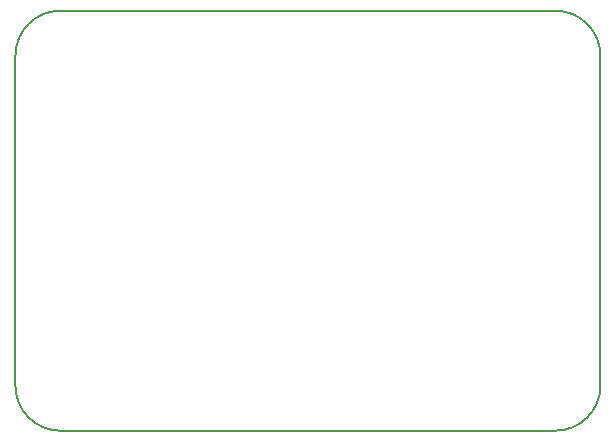
<source format=gbr>
G04 #@! TF.GenerationSoftware,KiCad,Pcbnew,(5.0.1-3-g963ef8bb5)*
G04 #@! TF.CreationDate,2019-06-08T18:57:16-07:00*
G04 #@! TF.ProjectId,board,626F6172642E6B696361645F70636200,rev?*
G04 #@! TF.SameCoordinates,Original*
G04 #@! TF.FileFunction,Profile,NP*
%FSLAX46Y46*%
G04 Gerber Fmt 4.6, Leading zero omitted, Abs format (unit mm)*
G04 Created by KiCad (PCBNEW (5.0.1-3-g963ef8bb5)) date Saturday, June 08, 2019 at 06:57:16 PM*
%MOMM*%
%LPD*%
G01*
G04 APERTURE LIST*
%ADD10C,0.127000*%
G04 APERTURE END LIST*
D10*
X154940000Y-73660000D02*
G75*
G02X158750000Y-77470000I0J-3810000D01*
G01*
X158750000Y-105410000D02*
G75*
G02X154940000Y-109220000I-3810000J0D01*
G01*
X113030000Y-109220000D02*
G75*
G02X109220000Y-105410000I0J3810000D01*
G01*
X109220000Y-77470000D02*
G75*
G02X113030000Y-73660000I3810000J0D01*
G01*
X109220000Y-77470000D02*
X109220000Y-105410000D01*
X154940000Y-73660000D02*
X113030000Y-73660000D01*
X158750000Y-105410000D02*
X158750000Y-77470000D01*
X113030000Y-109220000D02*
X154940000Y-109220000D01*
M02*

</source>
